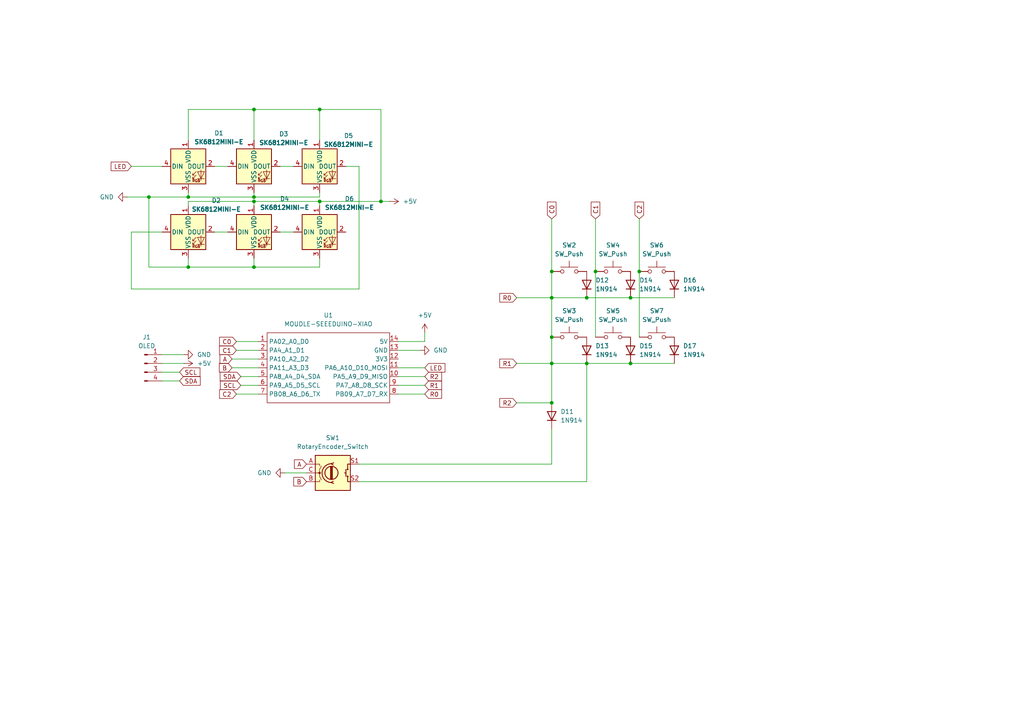
<source format=kicad_sch>
(kicad_sch (version 20250114) (generator "eeschema") (generator_version "9.0")
  (paper "A4")
  (lib_symbols
    (symbol "Connector:Conn_01x04_Pin" (pin_names (offset 1.016) (hide yes))
      (property "Reference" "J1" (at 0.635 7.62 0))
      (property "Value" "OLED" (at 0.635 5.08 0))
      (symbol "Conn_01x04_Pin_1_1"
        (rectangle (start 0.8636 2.667) (end 0 2.413) (stroke (width 0.1524)) (fill (type outline)))
        (rectangle (start 0.8636 0.127) (end 0 -0.127) (stroke (width 0.1524)) (fill (type outline)))
        (rectangle (start 0.8636 -2.413) (end 0 -2.667) (stroke (width 0.1524)) (fill (type outline)))
        (rectangle (start 0.8636 -4.953) (end 0 -5.207) (stroke (width 0.1524)) (fill (type outline)))
        (polyline (pts (xy 1.27 2.54) (xy 0.8636 2.54)) (stroke (width 0.1524)))
        (polyline (pts (xy 1.27 0) (xy 0.8636 0)) (stroke (width 0.1524)))
        (polyline (pts (xy 1.27 -2.54) (xy 0.8636 -2.54)) (stroke (width 0.1524)))
        (polyline (pts (xy 1.27 -5.08) (xy 0.8636 -5.08)) (stroke (width 0.1524)))
        (pin passive line (at 5.08 2.54 180) (length 3.81) (name "GND") (number "1"))
        (pin passive line (at 5.08 0 180) (length 3.81) (name "VCC") (number "2"))
        (pin passive line (at 5.08 -2.54 180) (length 3.81) (name "SCl") (number "3"))
        (pin passive line (at 5.08 -5.08 180) (length 3.81) (name "SDA") (number "4"))
      )
    )
    (symbol "Device:RotaryEncoder_Switch" (pin_names (offset 0.254) (hide yes))
      (property "Reference" "SW" (at 0 6.604 0))
      (property "Value" "RotaryEncoder_Switch" (at 0 -6.604 0))
      (symbol "RotaryEncoder_Switch_0_1"
        (rectangle (start -5.08 5.08) (end 5.08 -5.08) (stroke (width 0.254)) (fill (type background)))
        (polyline (pts (xy -5.08 2.54) (xy -3.81 2.54) (xy -3.81 2.032)))
        (polyline (pts (xy -5.08 0) (xy -3.81 0) (xy -3.81 -1.016) (xy -3.302 -2.032)))
        (polyline (pts (xy -5.08 -2.54) (xy -3.81 -2.54) (xy -3.81 -2.032)))
        (polyline (pts (xy -4.318 0) (xy -3.81 0) (xy -3.81 1.016) (xy -3.302 2.032)))
        (circle (center -3.81 0) (radius 0.254) (fill (type outline)))
        (polyline (pts (xy -0.635 -1.778) (xy -0.635 1.778)) (stroke (width 0.254)))
        (circle (center -0.381 0) (radius 1.905) (stroke (width 0.254)))
        (polyline (pts (xy -0.381 -1.778) (xy -0.381 1.778)) (stroke (width 0.254)))
        (arc (start -0.381 -2.794) (mid -3.0988 -0.0635) (end -0.381 2.667) (stroke (width 0.254)))
        (polyline (pts (xy -0.127 1.778) (xy -0.127 -1.778)) (stroke (width 0.254)))
        (polyline (pts (xy 0.254 2.921) (xy -0.508 2.667) (xy 0.127 2.286)) (stroke (width 0.254)))
        (polyline (pts (xy 0.254 -3.048) (xy -0.508 -2.794) (xy 0.127 -2.413)) (stroke (width 0.254)))
        (polyline (pts (xy 3.81 1.016) (xy 3.81 -1.016)) (stroke (width 0.254)))
        (polyline (pts (xy 3.81 0) (xy 3.429 0)) (stroke (width 0.254)))
        (circle (center 4.318 1.016) (radius 0.127) (stroke (width 0.254)))
        (circle (center 4.318 -1.016) (radius 0.127) (stroke (width 0.254)))
        (polyline (pts (xy 5.08 2.54) (xy 4.318 2.54) (xy 4.318 1.016)) (stroke (width 0.254)))
        (polyline (pts (xy 5.08 -2.54) (xy 4.318 -2.54) (xy 4.318 -1.016)) (stroke (width 0.254)))
      )
      (symbol "RotaryEncoder_Switch_1_1"
        (pin passive line (at -7.62 2.54 0) (length 2.54) (name "A") (number "A"))
        (pin passive line (at -7.62 0 0) (length 2.54) (name "C") (number "C"))
        (pin passive line (at -7.62 -2.54 0) (length 2.54) (name "B") (number "B"))
        (pin passive line (at 7.62 2.54 180) (length 2.54) (name "S1") (number "S1"))
        (pin passive line (at 7.62 -2.54 180) (length 2.54) (name "S2") (number "S2"))
      )
    )
    (symbol "Diode:1N914" (pin_numbers (hide yes)) (pin_names (hide yes))
      (property "Reference" "D" (at 0 2.54 0))
      (property "Value" "1N914" (at 0 -2.54 0))
      (symbol "1N914_0_1"
        (polyline (pts (xy -1.27 1.27) (xy -1.27 -1.27)) (stroke (width 0.254)))
        (polyline (pts (xy 1.27 1.27) (xy 1.27 -1.27) (xy -1.27 0) (xy 1.27 1.27)) (stroke (width 0.254)))
        (polyline (pts (xy 1.27 0) (xy -1.27 0)))
      )
      (symbol "1N914_1_1"
        (pin passive line (at -3.81 0 0) (length 2.54) (name "K") (number "1"))
        (pin passive line (at 3.81 0 180) (length 2.54) (name "A") (number "2"))
      )
    )
    (symbol "SK6812MINI-E_1" (pin_names (offset 0.254))
      (property "Reference" "D1" (at 8.89 9.652 0))
      (property "Value" "SK6812MINI-E" (at 8.89 7.1119 0))
      (symbol "SK6812MINI-E_1_0_0"
        (text "RGB" (at 2.286 -4.191 0) (effects (font (size 0.762 0.762))))
      )
      (symbol "SK6812MINI-E_1_0_1"
        (rectangle (start -5.08 5.08) (end 5.08 -5.08) (stroke (width 0.254)) (fill (type background)))
        (polyline (pts (xy 1.27 -2.54) (xy 1.778 -2.54)))
        (polyline (pts (xy 1.27 -3.556) (xy 1.778 -3.556)))
        (polyline (pts (xy 2.286 -1.524) (xy 1.27 -2.54) (xy 1.27 -2.032)))
        (polyline (pts (xy 2.286 -2.54) (xy 1.27 -3.556) (xy 1.27 -3.048)))
        (polyline (pts (xy 3.683 -1.016) (xy 3.683 -3.556) (xy 3.683 -4.064)))
        (polyline (pts (xy 4.699 -1.524) (xy 2.667 -1.524) (xy 3.683 -3.556) (xy 4.699 -1.524)))
        (polyline (pts (xy 4.699 -3.556) (xy 2.667 -3.556)))
      )
      (symbol "SK6812MINI-E_1_1_1"
        (pin input line (at -7.62 0 0) (length 2.54) (name "DIN") (number "4"))
        (pin power_in line (at 0 7.62 270) (length 2.54) (name "VDD") (number "1"))
        (pin power_in line (at 0 -7.62 90) (length 2.54) (name "VSS") (number "3"))
        (pin output line (at 7.62 0 180) (length 2.54) (name "DOUT") (number "2"))
      )
    )
    (symbol "SK6812MINI-E_2" (pin_names (offset 0.254))
      (property "Reference" "D2" (at 8.636 9.398 0))
      (property "Value" "SK6812MINI-E" (at 8.636 6.8579 0))
      (symbol "SK6812MINI-E_2_0_0"
        (text "RGB" (at 2.286 -4.191 0) (effects (font (size 0.762 0.762))))
      )
      (symbol "SK6812MINI-E_2_0_1"
        (rectangle (start -5.08 5.08) (end 5.08 -5.08) (stroke (width 0.254)) (fill (type background)))
        (polyline (pts (xy 1.27 -2.54) (xy 1.778 -2.54)))
        (polyline (pts (xy 1.27 -3.556) (xy 1.778 -3.556)))
        (polyline (pts (xy 2.286 -1.524) (xy 1.27 -2.54) (xy 1.27 -2.032)))
        (polyline (pts (xy 2.286 -2.54) (xy 1.27 -3.556) (xy 1.27 -3.048)))
        (polyline (pts (xy 3.683 -1.016) (xy 3.683 -3.556) (xy 3.683 -4.064)))
        (polyline (pts (xy 4.699 -1.524) (xy 2.667 -1.524) (xy 3.683 -3.556) (xy 4.699 -1.524)))
        (polyline (pts (xy 4.699 -3.556) (xy 2.667 -3.556)))
      )
      (symbol "SK6812MINI-E_2_1_1"
        (pin input line (at -7.62 0 0) (length 2.54) (name "DIN") (number "4"))
        (pin power_in line (at 0 7.62 270) (length 2.54) (name "VDD") (number "1"))
        (pin power_in line (at 0 -7.62 90) (length 2.54) (name "VSS") (number "3"))
        (pin output line (at 7.62 0 180) (length 2.54) (name "DOUT") (number "2"))
      )
    )
    (symbol "SK6812MINI-E_3" (pin_names (offset 0.254))
      (property "Reference" "D3" (at 8.382 8.89 0))
      (property "Value" "SK6812MINI-E" (at 8.382 6.3499 0))
      (symbol "SK6812MINI-E_3_0_0"
        (text "RGB" (at 2.286 -4.191 0) (effects (font (size 0.762 0.762))))
      )
      (symbol "SK6812MINI-E_3_0_1"
        (rectangle (start -5.08 5.08) (end 5.08 -5.08) (stroke (width 0.254)) (fill (type background)))
        (polyline (pts (xy 1.27 -2.54) (xy 1.778 -2.54)))
        (polyline (pts (xy 1.27 -3.556) (xy 1.778 -3.556)))
        (polyline (pts (xy 2.286 -1.524) (xy 1.27 -2.54) (xy 1.27 -2.032)))
        (polyline (pts (xy 2.286 -2.54) (xy 1.27 -3.556) (xy 1.27 -3.048)))
        (polyline (pts (xy 3.683 -1.016) (xy 3.683 -3.556) (xy 3.683 -4.064)))
        (polyline (pts (xy 4.699 -1.524) (xy 2.667 -1.524) (xy 3.683 -3.556) (xy 4.699 -1.524)))
        (polyline (pts (xy 4.699 -3.556) (xy 2.667 -3.556)))
      )
      (symbol "SK6812MINI-E_3_1_1"
        (pin input line (at -7.62 0 0) (length 2.54) (name "DIN") (number "4"))
        (pin power_in line (at 0 7.62 270) (length 2.54) (name "VDD") (number "1"))
        (pin power_in line (at 0 -7.62 90) (length 2.54) (name "VSS") (number "3"))
        (pin output line (at 7.62 0 180) (length 2.54) (name "DOUT") (number "2"))
      )
    )
    (symbol "SK6812MINI-E_6" (pin_names (offset 0.254))
      (property "Reference" "D6" (at 8.128 9.1441 0))
      (property "Value" "SK6812MINI-E" (at 8.128 6.604 0))
      (symbol "SK6812MINI-E_6_0_0"
        (text "RGB" (at 2.286 -4.191 0) (effects (font (size 0.762 0.762))))
      )
      (symbol "SK6812MINI-E_6_0_1"
        (rectangle (start -5.08 5.08) (end 5.08 -5.08) (stroke (width 0.254)) (fill (type background)))
        (polyline (pts (xy 1.27 -2.54) (xy 1.778 -2.54)))
        (polyline (pts (xy 1.27 -3.556) (xy 1.778 -3.556)))
        (polyline (pts (xy 2.286 -1.524) (xy 1.27 -2.54) (xy 1.27 -2.032)))
        (polyline (pts (xy 2.286 -2.54) (xy 1.27 -3.556) (xy 1.27 -3.048)))
        (polyline (pts (xy 3.683 -1.016) (xy 3.683 -3.556) (xy 3.683 -4.064)))
        (polyline (pts (xy 4.699 -1.524) (xy 2.667 -1.524) (xy 3.683 -3.556) (xy 4.699 -1.524)))
        (polyline (pts (xy 4.699 -3.556) (xy 2.667 -3.556)))
      )
      (symbol "SK6812MINI-E_6_1_1"
        (pin input line (at -7.62 0 0) (length 2.54) (name "DIN") (number "4"))
        (pin power_in line (at 0 7.62 270) (length 2.54) (name "VDD") (number "1"))
        (pin power_in line (at 0 -7.62 90) (length 2.54) (name "VSS") (number "3"))
        (pin output line (at 7.62 0 180) (length 2.54) (name "DOUT") (number "2"))
      )
    )
    (symbol "SK6812MINI-E_7" (pin_names (offset 0.254))
      (property "Reference" "D7" (at 8.89 9.6521 0))
      (property "Value" "SK6812MINI-E" (at 8.89 7.112 0))
      (symbol "SK6812MINI-E_7_0_0"
        (text "RGB" (at 2.286 -4.191 0) (effects (font (size 0.762 0.762))))
      )
      (symbol "SK6812MINI-E_7_0_1"
        (rectangle (start -5.08 5.08) (end 5.08 -5.08) (stroke (width 0.254)) (fill (type background)))
        (polyline (pts (xy 1.27 -2.54) (xy 1.778 -2.54)))
        (polyline (pts (xy 1.27 -3.556) (xy 1.778 -3.556)))
        (polyline (pts (xy 2.286 -1.524) (xy 1.27 -2.54) (xy 1.27 -2.032)))
        (polyline (pts (xy 2.286 -2.54) (xy 1.27 -3.556) (xy 1.27 -3.048)))
        (polyline (pts (xy 3.683 -1.016) (xy 3.683 -3.556) (xy 3.683 -4.064)))
        (polyline (pts (xy 4.699 -1.524) (xy 2.667 -1.524) (xy 3.683 -3.556) (xy 4.699 -1.524)))
        (polyline (pts (xy 4.699 -3.556) (xy 2.667 -3.556)))
      )
      (symbol "SK6812MINI-E_7_1_1"
        (pin input line (at -7.62 0 0) (length 2.54) (name "DIN") (number "4"))
        (pin power_in line (at 0 7.62 270) (length 2.54) (name "VDD") (number "1"))
        (pin power_in line (at 0 -7.62 90) (length 2.54) (name "VSS") (number "3"))
        (pin output line (at 7.62 0 180) (length 2.54) (name "DOUT") (number "2"))
      )
    )
    (symbol "SK6812MINI-E_8" (pin_names (offset 0.254))
      (property "Reference" "D8" (at 8.636 9.652 0))
      (property "Value" "SK6812MINI-E" (at 8.636 7.1119 0))
      (symbol "SK6812MINI-E_8_0_0"
        (text "RGB" (at 2.286 -4.191 0) (effects (font (size 0.762 0.762))))
      )
      (symbol "SK6812MINI-E_8_0_1"
        (rectangle (start -5.08 5.08) (end 5.08 -5.08) (stroke (width 0.254)) (fill (type background)))
        (polyline (pts (xy 1.27 -2.54) (xy 1.778 -2.54)))
        (polyline (pts (xy 1.27 -3.556) (xy 1.778 -3.556)))
        (polyline (pts (xy 2.286 -1.524) (xy 1.27 -2.54) (xy 1.27 -2.032)))
        (polyline (pts (xy 2.286 -2.54) (xy 1.27 -3.556) (xy 1.27 -3.048)))
        (polyline (pts (xy 3.683 -1.016) (xy 3.683 -3.556) (xy 3.683 -4.064)))
        (polyline (pts (xy 4.699 -1.524) (xy 2.667 -1.524) (xy 3.683 -3.556) (xy 4.699 -1.524)))
        (polyline (pts (xy 4.699 -3.556) (xy 2.667 -3.556)))
      )
      (symbol "SK6812MINI-E_8_1_1"
        (pin input line (at -7.62 0 0) (length 2.54) (name "DIN") (number "4"))
        (pin power_in line (at 0 7.62 270) (length 2.54) (name "VDD") (number "1"))
        (pin power_in line (at 0 -7.62 90) (length 2.54) (name "VSS") (number "3"))
        (pin output line (at 7.62 0 180) (length 2.54) (name "DOUT") (number "2"))
      )
    )
    (symbol "Switch:SW_Push" (pin_numbers (hide yes)) (pin_names (offset 1.016) (hide yes))
      (property "Reference" "SW" (at 1.27 2.54 0))
      (property "Value" "SW_Push" (at 0 -1.524 0))
      (symbol "SW_Push_0_1"
        (circle (center -2.032 0) (radius 0.508))
        (polyline (pts (xy 0 1.27) (xy 0 3.048)))
        (circle (center 2.032 0) (radius 0.508))
        (polyline (pts (xy 2.54 1.27) (xy -2.54 1.27)))
        (pin passive line (at -5.08 0 0) (length 2.54) (name "1") (number "1"))
        (pin passive line (at 5.08 0 180) (length 2.54) (name "2") (number "2"))
      )
    )
    (symbol "XIAO_RP2040:MOUDLE-SEEEDUINO-XIAO"
      (property "Reference" "U" (at -16.51 11.43 0))
      (property "Value" "MOUDLE-SEEEDUINO-XIAO" (at -3.81 -11.43 0))
      (symbol "MOUDLE-SEEEDUINO-XIAO_0_1"
        (rectangle (start -16.51 10.16) (end 19.05 -10.16))
      )
      (symbol "MOUDLE-SEEEDUINO-XIAO_1_1"
        (pin passive line (at -19.05 7.62 0) (length 2.54) (name "PA02_A0_D0") (number "1"))
        (pin passive line (at -19.05 5.08 0) (length 2.54) (name "PA4_A1_D1") (number "2"))
        (pin passive line (at -19.05 2.54 0) (length 2.54) (name "PA10_A2_D2") (number "3"))
        (pin passive line (at -19.05 0 0) (length 2.54) (name "PA11_A3_D3") (number "4"))
        (pin passive line (at -19.05 -2.54 0) (length 2.54) (name "PA8_A4_D4_SDA") (number "5"))
        (pin passive line (at -19.05 -5.08 0) (length 2.54) (name "PA9_A5_D5_SCL") (number "6"))
        (pin passive line (at -19.05 -7.62 0) (length 2.54) (name "PB08_A6_D6_TX") (number "7"))
        (pin passive line (at 21.59 7.62 180) (length 2.54) (name "5V") (number "14"))
        (pin passive line (at 21.59 5.08 180) (length 2.54) (name "GND") (number "13"))
        (pin passive line (at 21.59 2.54 180) (length 2.54) (name "3V3") (number "12"))
        (pin passive line (at 21.59 0 180) (length 2.54) (name "PA6_A10_D10_MOSI") (number "11"))
        (pin passive line (at 21.59 -2.54 180) (length 2.54) (name "PA5_A9_D9_MISO") (number "10"))
        (pin passive line (at 21.59 -5.08 180) (length 2.54) (name "PA7_A8_D8_SCK") (number "9"))
        (pin passive line (at 21.59 -7.62 180) (length 2.54) (name "PB09_A7_D7_RX") (number "8"))
      )
    )
    (symbol "power:+5V" (power) (pin_numbers (hide yes)) (pin_names (offset 0) (hide yes))
      (property "Value" "+5V" (at 0 3.556 0))
      (symbol "+5V_0_1"
        (polyline (pts (xy -0.762 1.27) (xy 0 2.54)))
        (polyline (pts (xy 0 2.54) (xy 0.762 1.27)))
        (polyline (pts (xy 0 0) (xy 0 2.54)))
      )
      (symbol "+5V_1_1"
        (pin power_in line (at 0 0 90) (length 0) (name "~") (number "1"))
      )
    )
    (symbol "power:GND" (power) (pin_numbers (hide yes)) (pin_names (offset 0) (hide yes))
      (property "Value" "GND" (at 0 -3.81 0))
      (symbol "GND_0_1"
        (polyline (pts (xy 0 0) (xy 0 -1.27) (xy 1.27 -1.27) (xy 0 -2.54) (xy -1.27 -1.27) (xy 0 -1.27)))
      )
      (symbol "GND_1_1"
        (pin power_in line (at 0 0 270) (length 0) (name "~") (number "1"))
      )
    )
  )
  (junction (at 170.18 105.41))
  (junction (at 160.02 86.36))
  (junction (at 185.42 78.74))
  (junction (at 73.66 31.75))
  (junction (at 110.49 58.42))
  (junction (at 54.61 57.15))
  (junction (at 160.02 116.84))
  (junction (at 73.66 58.42))
  (junction (at 160.02 105.41))
  (junction (at 160.02 78.74))
  (junction (at 73.66 57.15))
  (junction (at 182.88 86.36))
  (junction (at 43.18 57.15))
  (junction (at 160.02 97.79))
  (junction (at 182.88 105.41))
  (junction (at 92.71 31.75))
  (junction (at 73.66 77.47))
  (junction (at 170.18 86.36))
  (junction (at 92.71 58.42))
  (junction (at 54.61 77.47))
  (junction (at 172.72 78.74))
  (wire (pts (xy 104.14 83.82) (xy 38.1 83.82)))
  (wire (pts (xy 182.88 105.41) (xy 195.58 105.41)))
  (wire (pts (xy 62.23 67.31) (xy 66.04 67.31)))
  (wire (pts (xy 160.02 86.36) (xy 160.02 97.79)))
  (wire (pts (xy 54.61 40.64) (xy 54.61 31.75)))
  (wire (pts (xy 92.71 74.93) (xy 92.71 77.47)))
  (wire (pts (xy 68.58 114.3) (xy 74.93 114.3)))
  (wire (pts (xy 46.99 102.87) (xy 53.34 102.87)))
  (wire (pts (xy 54.61 77.47) (xy 43.18 77.47)))
  (wire (pts (xy 123.19 96.52) (xy 123.19 99.06)))
  (wire (pts (xy 73.66 58.42) (xy 73.66 59.69)))
  (wire (pts (xy 54.61 57.15) (xy 73.66 57.15)))
  (wire (pts (xy 69.85 111.76) (xy 74.93 111.76)))
  (wire (pts (xy 110.49 31.75) (xy 110.49 58.42)))
  (wire (pts (xy 54.61 74.93) (xy 54.61 77.47)))
  (wire (pts (xy 149.86 116.84) (xy 160.02 116.84)))
  (wire (pts (xy 104.14 139.7) (xy 170.18 139.7)))
  (wire (pts (xy 160.02 105.41) (xy 160.02 116.84)))
  (wire (pts (xy 67.31 106.68) (xy 74.93 106.68)))
  (wire (pts (xy 73.66 31.75) (xy 92.71 31.75)))
  (wire (pts (xy 160.02 63.5) (xy 160.02 78.74)))
  (wire (pts (xy 92.71 31.75) (xy 92.71 40.64)))
  (wire (pts (xy 73.66 57.15) (xy 92.71 57.15)))
  (wire (pts (xy 104.14 134.62) (xy 160.02 134.62)))
  (wire (pts (xy 160.02 105.41) (xy 170.18 105.41)))
  (wire (pts (xy 170.18 105.41) (xy 170.18 139.7)))
  (wire (pts (xy 115.57 99.06) (xy 123.19 99.06)))
  (wire (pts (xy 104.14 48.26) (xy 104.14 83.82)))
  (wire (pts (xy 73.66 31.75) (xy 73.66 40.64)))
  (wire (pts (xy 38.1 67.31) (xy 38.1 83.82)))
  (wire (pts (xy 115.57 114.3) (xy 123.19 114.3)))
  (wire (pts (xy 149.86 105.41) (xy 160.02 105.41)))
  (wire (pts (xy 115.57 101.6) (xy 121.92 101.6)))
  (wire (pts (xy 115.57 109.22) (xy 123.19 109.22)))
  (wire (pts (xy 69.85 109.22) (xy 74.93 109.22)))
  (wire (pts (xy 92.71 55.88) (xy 92.71 57.15)))
  (wire (pts (xy 92.71 31.75) (xy 110.49 31.75)))
  (wire (pts (xy 54.61 58.42) (xy 73.66 58.42)))
  (wire (pts (xy 115.57 106.68) (xy 123.19 106.68)))
  (wire (pts (xy 43.18 57.15) (xy 54.61 57.15)))
  (wire (pts (xy 115.57 111.76) (xy 123.19 111.76)))
  (wire (pts (xy 81.28 67.31) (xy 85.09 67.31)))
  (wire (pts (xy 54.61 55.88) (xy 54.61 57.15)))
  (wire (pts (xy 182.88 86.36) (xy 195.58 86.36)))
  (wire (pts (xy 172.72 78.74) (xy 172.72 97.79)))
  (wire (pts (xy 73.66 58.42) (xy 92.71 58.42)))
  (wire (pts (xy 81.28 48.26) (xy 85.09 48.26)))
  (wire (pts (xy 62.23 48.26) (xy 66.04 48.26)))
  (wire (pts (xy 68.58 99.06) (xy 74.93 99.06)))
  (wire (pts (xy 46.99 110.49) (xy 52.07 110.49)))
  (wire (pts (xy 100.33 48.26) (xy 104.14 48.26)))
  (wire (pts (xy 160.02 97.79) (xy 160.02 105.41)))
  (wire (pts (xy 73.66 55.88) (xy 73.66 57.15)))
  (wire (pts (xy 160.02 86.36) (xy 170.18 86.36)))
  (wire (pts (xy 68.58 101.6) (xy 74.93 101.6)))
  (wire (pts (xy 92.71 58.42) (xy 92.71 59.69)))
  (wire (pts (xy 185.42 78.74) (xy 185.42 97.79)))
  (wire (pts (xy 46.99 107.95) (xy 52.07 107.95)))
  (wire (pts (xy 160.02 78.74) (xy 160.02 86.36)))
  (wire (pts (xy 38.1 48.26) (xy 46.99 48.26)))
  (wire (pts (xy 36.83 57.15) (xy 43.18 57.15)))
  (wire (pts (xy 46.99 67.31) (xy 38.1 67.31)))
  (wire (pts (xy 110.49 58.42) (xy 113.03 58.42)))
  (wire (pts (xy 54.61 59.69) (xy 54.61 58.42)))
  (wire (pts (xy 67.31 104.14) (xy 74.93 104.14)))
  (wire (pts (xy 46.99 105.41) (xy 53.34 105.41)))
  (wire (pts (xy 149.86 86.36) (xy 160.02 86.36)))
  (wire (pts (xy 170.18 86.36) (xy 182.88 86.36)))
  (wire (pts (xy 185.42 63.5) (xy 185.42 78.74)))
  (wire (pts (xy 73.66 74.93) (xy 73.66 77.47)))
  (wire (pts (xy 43.18 77.47) (xy 43.18 57.15)))
  (wire (pts (xy 92.71 58.42) (xy 110.49 58.42)))
  (wire (pts (xy 82.55 137.16) (xy 88.9 137.16)))
  (wire (pts (xy 73.66 77.47) (xy 54.61 77.47)))
  (wire (pts (xy 172.72 63.5) (xy 172.72 78.74)))
  (wire (pts (xy 92.71 77.47) (xy 73.66 77.47)))
  (wire (pts (xy 54.61 31.75) (xy 73.66 31.75)))
  (wire (pts (xy 170.18 105.41) (xy 182.88 105.41)))
  (wire (pts (xy 160.02 124.46) (xy 160.02 134.62)))
  (global_label "R0" (shape input) (at 123.19 114.3 0) (property "Intersheetrefs" "${INTERSHEET_REFS}" (effects (hide yes))))
  (global_label "LED" (shape input) (at 38.1 48.26 180) (property "Intersheetrefs" "${INTERSHEET_REFS}" (effects (hide yes))))
  (global_label "R1" (shape input) (at 149.86 105.41 180) (property "Intersheetrefs" "${INTERSHEET_REFS}" (effects (hide yes))))
  (global_label "A" (shape input) (at 67.31 104.14 180) (property "Intersheetrefs" "${INTERSHEET_REFS}" (effects (hide yes))))
  (global_label "SDA" (shape input) (at 52.07 110.49 0) (property "Intersheetrefs" "${INTERSHEET_REFS}" (effects (hide yes))))
  (global_label "SDA" (shape input) (at 69.85 109.22 180) (property "Intersheetrefs" "${INTERSHEET_REFS}" (effects (hide yes))))
  (global_label "C2" (shape input) (at 68.58 114.3 180) (property "Intersheetrefs" "${INTERSHEET_REFS}" (effects (hide yes))))
  (global_label "C0" (shape input) (at 160.02 63.5 90) (property "Intersheetrefs" "${INTERSHEET_REFS}" (effects (hide yes))))
  (global_label "C0" (shape input) (at 68.58 99.06 180) (property "Intersheetrefs" "${INTERSHEET_REFS}" (effects (hide yes))))
  (global_label "SCL" (shape input) (at 69.85 111.76 180) (property "Intersheetrefs" "${INTERSHEET_REFS}" (effects (hide yes))))
  (global_label "C2" (shape input) (at 185.42 63.5 90) (property "Intersheetrefs" "${INTERSHEET_REFS}" (effects (hide yes))))
  (global_label "B" (shape input) (at 88.9 139.7 180) (property "Intersheetrefs" "${INTERSHEET_REFS}" (effects (hide yes))))
  (global_label "R1" (shape input) (at 123.19 111.76 0) (property "Intersheetrefs" "${INTERSHEET_REFS}" (effects (hide yes))))
  (global_label "R2" (shape input) (at 149.86 116.84 180) (property "Intersheetrefs" "${INTERSHEET_REFS}" (effects (hide yes))))
  (global_label "LED" (shape input) (at 123.19 106.68 0) (property "Intersheetrefs" "${INTERSHEET_REFS}" (effects (hide yes))))
  (global_label "R0" (shape input) (at 149.86 86.36 180) (property "Intersheetrefs" "${INTERSHEET_REFS}" (effects (hide yes))))
  (global_label "C1" (shape input) (at 68.58 101.6 180) (property "Intersheetrefs" "${INTERSHEET_REFS}" (effects (hide yes))))
  (global_label "SCL" (shape input) (at 52.07 107.95 0) (property "Intersheetrefs" "${INTERSHEET_REFS}" (effects (hide yes))))
  (global_label "B" (shape input) (at 67.31 106.68 180) (property "Intersheetrefs" "${INTERSHEET_REFS}" (effects (hide yes))))
  (global_label "A" (shape input) (at 88.9 134.62 180) (property "Intersheetrefs" "${INTERSHEET_REFS}" (effects (hide yes))))
  (global_label "C1" (shape input) (at 172.72 63.5 90) (property "Intersheetrefs" "${INTERSHEET_REFS}" (effects (hide yes))))
  (global_label "R2" (shape input) (at 123.19 109.22 0) (property "Intersheetrefs" "${INTERSHEET_REFS}" (effects (hide yes))))
  (symbol (lib_name "SK6812MINI-E_8") (lib_id "SK6812MINI-E:SK6812MINI-E") (at 92.71 67.31 0) (unit 1)
    (property "Reference" "D6" (at 101.346 57.658 0))
    (property "Value" "SK6812MINI-E" (at 101.346 60.1981 0) (effects (font (thickness 0.254) (bold yes))))
    (property "Footprint" "footprints:SK6812MINI-E_fixed" (effects (hide yes)))
    (property "Datasheet" "https://cdn-shop.adafruit.com/product-files/4960/4960_SK6812MINI-E_REV02_EN.pdf" (effects (hide yes)))
    (property "Description" "RGB LED with integrated controller" (effects (hide yes)))
  )
  (symbol (lib_id "Switch:SW_Push") (at 177.8 97.79 0) (unit 1)
    (property "Reference" "SW5" (at 177.8 90.17 0))
    (property "Value" "SW_Push" (at 177.8 92.71 0))
    (property "Footprint" "Button_Switch_Keyboard:SW_Cherry_MX_1.00u_PCB" (effects (hide yes)))
    (property "Description" "Push button switch, generic, two pins" (effects (hide yes)))
  )
  (symbol (lib_id "power:GND") (at 36.83 57.15 270) (unit 1)
    (property "Reference" "#PWR07" (effects (hide yes)))
    (property "Value" "GND" (at 33.02 57.1499 90) (effects (justify right)))
    (property "Description" "Power symbol creates a global label with name \"GND\" , ground" (effects (hide yes)))
  )
  (symbol (lib_id "Diode:1N914") (at 160.02 120.65 90) (unit 1)
    (property "Reference" "D11" (at 162.56 119.3799 90) (effects (justify right)))
    (property "Value" "1N914" (at 162.56 121.9199 90) (effects (justify right)))
    (property "Footprint" "Diode_THT:D_DO-35_SOD27_P7.62mm_Horizontal" (effects (hide yes)))
    (property "Datasheet" "http://www.vishay.com/docs/85622/1n914.pdf" (effects (hide yes)))
    (property "Description" "100V 0.3A Small Signal Fast Switching Diode, DO-35" (effects (hide yes)))
    (property "Sim.Device" "D" (effects (hide yes)))
    (property "Sim.Pins" "1=K 2=A" (effects (hide yes)))
  )
  (symbol (lib_id "Device:RotaryEncoder_Switch") (at 96.52 137.16 0) (unit 1)
    (property "Reference" "SW1" (at 96.52 127 0))
    (property "Value" "RotaryEncoder_Switch" (at 96.52 129.54 0))
    (property "Footprint" "Rotary_Encoder:RotaryEncoder_Alps_EC11E-Switch_Vertical_H20mm" (effects (hide yes)))
    (property "Description" "Rotary encoder, dual channel, incremental quadrate outputs, with switch" (effects (hide yes)))
  )
  (symbol (lib_id "power:GND") (at 82.55 137.16 270) (unit 1)
    (property "Reference" "#PWR03" (effects (hide yes)))
    (property "Value" "GND" (at 78.74 137.1599 90) (effects (justify right)))
    (property "Description" "Power symbol creates a global label with name \"GND\" , ground" (effects (hide yes)))
  )
  (symbol (lib_id "power:GND") (at 53.34 102.87 90) (unit 1)
    (property "Reference" "#PWR01" (effects (hide yes)))
    (property "Value" "GND" (at 57.15 102.8699 90) (effects (justify right)))
    (property "Description" "Power symbol creates a global label with name \"GND\" , ground" (effects (hide yes)))
  )
  (symbol (lib_name "SK6812MINI-E_6") (lib_id "SK6812MINI-E:SK6812MINI-E") (at 54.61 67.31 0) (unit 1)
    (property "Reference" "D2" (at 62.738 58.1659 0))
    (property "Value" "SK6812MINI-E" (at 62.738 60.706 0) (effects (font (thickness 0.254) (bold yes))))
    (property "Footprint" "footprints:SK6812MINI-E_fixed" (effects (hide yes)))
    (property "Datasheet" "https://cdn-shop.adafruit.com/product-files/4960/4960_SK6812MINI-E_REV02_EN.pdf" (effects (hide yes)))
    (property "Description" "RGB LED with integrated controller" (effects (hide yes)))
  )
  (symbol (lib_id "Switch:SW_Push") (at 177.8 78.74 0) (unit 1)
    (property "Reference" "SW4" (at 177.8 71.12 0))
    (property "Value" "SW_Push" (at 177.8 73.66 0))
    (property "Footprint" "Button_Switch_Keyboard:SW_Cherry_MX_1.00u_PCB" (effects (hide yes)))
    (property "Description" "Push button switch, generic, two pins" (effects (hide yes)))
  )
  (symbol (lib_name "SK6812MINI-E_7") (lib_id "SK6812MINI-E:SK6812MINI-E") (at 73.66 67.31 0) (unit 1)
    (property "Reference" "D4" (at 82.55 57.6579 0))
    (property "Value" "SK6812MINI-E" (at 82.55 60.198 0) (effects (font (thickness 0.254) (bold yes))))
    (property "Footprint" "footprints:SK6812MINI-E_fixed" (effects (hide yes)))
    (property "Datasheet" "https://cdn-shop.adafruit.com/product-files/4960/4960_SK6812MINI-E_REV02_EN.pdf" (effects (hide yes)))
    (property "Description" "RGB LED with integrated controller" (effects (hide yes)))
  )
  (symbol (lib_id "Connector:Conn_01x04_Pin") (at 41.91 105.41 0) (unit 1)
    (property "Reference" "J1" (at 42.545 97.79 0))
    (property "Value" "OLED" (at 42.545 100.33 0))
    (property "Footprint" "KiCad-SSD1306-0.91-OLED-4pin-128x32.pretty-master:SSD1306-0.91-OLED-4pin-128x32" (effects (hide yes)))
    (property "Description" "Generic connector, single row, 01x04, script generated" (effects (hide yes)))
  )
  (symbol (lib_id "Diode:1N914") (at 182.88 101.6 90) (unit 1)
    (property "Reference" "D15" (at 185.42 100.3299 90) (effects (justify right)))
    (property "Value" "1N914" (at 185.42 102.8699 90) (effects (justify right)))
    (property "Footprint" "Diode_THT:D_DO-35_SOD27_P7.62mm_Horizontal" (effects (hide yes)))
    (property "Datasheet" "http://www.vishay.com/docs/85622/1n914.pdf" (effects (hide yes)))
    (property "Description" "100V 0.3A Small Signal Fast Switching Diode, DO-35" (effects (hide yes)))
    (property "Sim.Device" "D" (effects (hide yes)))
    (property "Sim.Pins" "1=K 2=A" (effects (hide yes)))
  )
  (symbol (lib_name "SK6812MINI-E_2") (lib_id "SK6812MINI-E:SK6812MINI-E") (at 73.66 48.26 0) (unit 1)
    (property "Reference" "D3" (at 82.296 38.862 0))
    (property "Value" "SK6812MINI-E" (at 82.296 41.4021 0) (effects (font (thickness 0.254) (bold yes))))
    (property "Footprint" "footprints:SK6812MINI-E_fixed" (effects (hide yes)))
    (property "Datasheet" "https://cdn-shop.adafruit.com/product-files/4960/4960_SK6812MINI-E_REV02_EN.pdf" (effects (hide yes)))
    (property "Description" "RGB LED with integrated controller" (effects (hide yes)))
  )
  (symbol (lib_id "power:+5V") (at 53.34 105.41 270) (unit 1)
    (property "Reference" "#PWR02" (effects (hide yes)))
    (property "Value" "+5V" (at 57.15 105.4099 90) (effects (justify left)))
    (property "Description" "Power symbol creates a global label with name \"+5V\"" (effects (hide yes)))
  )
  (symbol (lib_id "XIAO_RP2040:MOUDLE-SEEEDUINO-XIAO") (at 93.98 106.68 0) (unit 1)
    (property "Reference" "U1" (at 95.25 91.44 0))
    (property "Value" "MOUDLE-SEEEDUINO-XIAO" (at 95.25 93.98 0))
    (property "Footprint" "footprints:XIAO-Generic-Hybrid-14P-2.54-21X17.8MM" (effects (hide yes)))
  )
  (symbol (lib_id "Diode:1N914") (at 170.18 82.55 90) (unit 1)
    (property "Reference" "D12" (at 172.72 81.2799 90) (effects (justify right)))
    (property "Value" "1N914" (at 172.72 83.8199 90) (effects (justify right)))
    (property "Footprint" "Diode_THT:D_DO-35_SOD27_P7.62mm_Horizontal" (effects (hide yes)))
    (property "Datasheet" "http://www.vishay.com/docs/85622/1n914.pdf" (effects (hide yes)))
    (property "Description" "100V 0.3A Small Signal Fast Switching Diode, DO-35" (effects (hide yes)))
    (property "Sim.Device" "D" (effects (hide yes)))
    (property "Sim.Pins" "1=K 2=A" (effects (hide yes)))
  )
  (symbol (lib_id "Switch:SW_Push") (at 190.5 97.79 0) (unit 1)
    (property "Reference" "SW7" (at 190.5 90.17 0))
    (property "Value" "SW_Push" (at 190.5 92.71 0))
    (property "Footprint" "Button_Switch_Keyboard:SW_Cherry_MX_1.00u_PCB" (effects (hide yes)))
    (property "Description" "Push button switch, generic, two pins" (effects (hide yes)))
  )
  (symbol (lib_id "Diode:1N914") (at 195.58 101.6 90) (unit 1)
    (property "Reference" "D17" (at 198.12 100.3299 90) (effects (justify right)))
    (property "Value" "1N914" (at 198.12 102.8699 90) (effects (justify right)))
    (property "Footprint" "Diode_THT:D_DO-35_SOD27_P7.62mm_Horizontal" (effects (hide yes)))
    (property "Datasheet" "http://www.vishay.com/docs/85622/1n914.pdf" (effects (hide yes)))
    (property "Description" "100V 0.3A Small Signal Fast Switching Diode, DO-35" (effects (hide yes)))
    (property "Sim.Device" "D" (effects (hide yes)))
    (property "Sim.Pins" "1=K 2=A" (effects (hide yes)))
  )
  (symbol (lib_id "power:GND") (at 121.92 101.6 90) (unit 1)
    (property "Reference" "#PWR04" (effects (hide yes)))
    (property "Value" "GND" (at 125.73 101.5999 90) (effects (justify right)))
    (property "Description" "Power symbol creates a global label with name \"GND\" , ground" (effects (hide yes)))
  )
  (symbol (lib_name "SK6812MINI-E_3") (lib_id "SK6812MINI-E:SK6812MINI-E") (at 92.71 48.26 0) (unit 1)
    (property "Reference" "D5" (at 101.092 39.37 0))
    (property "Value" "SK6812MINI-E" (at 101.092 41.9101 0) (effects (font (thickness 0.254) (bold yes))))
    (property "Footprint" "footprints:SK6812MINI-E_fixed" (effects (hide yes)))
    (property "Datasheet" "https://cdn-shop.adafruit.com/product-files/4960/4960_SK6812MINI-E_REV02_EN.pdf" (effects (hide yes)))
    (property "Description" "RGB LED with integrated controller" (effects (hide yes)))
  )
  (symbol (lib_id "power:+5V") (at 113.03 58.42 270) (unit 1)
    (property "Reference" "#PWR06" (effects (hide yes)))
    (property "Value" "+5V" (at 116.84 58.4199 90) (effects (justify left)))
    (property "Description" "Power symbol creates a global label with name \"+5V\"" (effects (hide yes)))
  )
  (symbol (lib_id "Diode:1N914") (at 195.58 82.55 90) (unit 1)
    (property "Reference" "D16" (at 198.12 81.2799 90) (effects (justify right)))
    (property "Value" "1N914" (at 198.12 83.8199 90) (effects (justify right)))
    (property "Footprint" "Diode_THT:D_DO-35_SOD27_P7.62mm_Horizontal" (effects (hide yes)))
    (property "Datasheet" "http://www.vishay.com/docs/85622/1n914.pdf" (effects (hide yes)))
    (property "Description" "100V 0.3A Small Signal Fast Switching Diode, DO-35" (effects (hide yes)))
    (property "Sim.Device" "D" (effects (hide yes)))
    (property "Sim.Pins" "1=K 2=A" (effects (hide yes)))
  )
  (symbol (lib_id "Switch:SW_Push") (at 165.1 78.74 0) (unit 1)
    (property "Reference" "SW2" (at 165.1 71.12 0))
    (property "Value" "SW_Push" (at 165.1 73.66 0))
    (property "Footprint" "Button_Switch_Keyboard:SW_Cherry_MX_1.00u_PCB" (effects (hide yes)))
    (property "Description" "Push button switch, generic, two pins" (effects (hide yes)))
  )
  (symbol (lib_name "SK6812MINI-E_1") (lib_id "SK6812MINI-E:SK6812MINI-E") (at 54.61 48.26 0) (unit 1)
    (property "Reference" "D1" (at 63.5 38.608 0))
    (property "Value" "SK6812MINI-E" (at 63.5 41.1481 0) (effects (font (thickness 0.254) (bold yes))))
    (property "Footprint" "footprints:SK6812MINI-E_fixed" (effects (hide yes)))
    (property "Datasheet" "https://cdn-shop.adafruit.com/product-files/4960/4960_SK6812MINI-E_REV02_EN.pdf" (effects (hide yes)))
    (property "Description" "RGB LED with integrated controller" (effects (hide yes)))
  )
  (symbol (lib_id "Diode:1N914") (at 170.18 101.6 90) (unit 1)
    (property "Reference" "D13" (at 172.72 100.3299 90) (effects (justify right)))
    (property "Value" "1N914" (at 172.72 102.8699 90) (effects (justify right)))
    (property "Footprint" "Diode_THT:D_DO-35_SOD27_P7.62mm_Horizontal" (effects (hide yes)))
    (property "Datasheet" "http://www.vishay.com/docs/85622/1n914.pdf" (effects (hide yes)))
    (property "Description" "100V 0.3A Small Signal Fast Switching Diode, DO-35" (effects (hide yes)))
    (property "Sim.Device" "D" (effects (hide yes)))
    (property "Sim.Pins" "1=K 2=A" (effects (hide yes)))
  )
  (symbol (lib_id "Diode:1N914") (at 182.88 82.55 90) (unit 1)
    (property "Reference" "D14" (at 185.42 81.2799 90) (effects (justify right)))
    (property "Value" "1N914" (at 185.42 83.8199 90) (effects (justify right)))
    (property "Footprint" "Diode_THT:D_DO-35_SOD27_P7.62mm_Horizontal" (effects (hide yes)))
    (property "Datasheet" "http://www.vishay.com/docs/85622/1n914.pdf" (effects (hide yes)))
    (property "Description" "100V 0.3A Small Signal Fast Switching Diode, DO-35" (effects (hide yes)))
    (property "Sim.Device" "D" (effects (hide yes)))
    (property "Sim.Pins" "1=K 2=A" (effects (hide yes)))
  )
  (symbol (lib_id "Switch:SW_Push") (at 165.1 97.79 0) (unit 1)
    (property "Reference" "SW3" (at 165.1 90.17 0))
    (property "Value" "SW_Push" (at 165.1 92.71 0))
    (property "Footprint" "Button_Switch_Keyboard:SW_Cherry_MX_1.00u_PCB" (effects (hide yes)))
    (property "Description" "Push button switch, generic, two pins" (effects (hide yes)))
  )
  (symbol (lib_id "power:+5V") (at 123.19 96.52 0) (unit 1)
    (property "Reference" "#PWR05" (effects (hide yes)))
    (property "Value" "+5V" (at 123.19 91.44 0))
    (property "Description" "Power symbol creates a global label with name \"+5V\"" (effects (hide yes)))
  )
  (symbol (lib_id "Switch:SW_Push") (at 190.5 78.74 0) (unit 1)
    (property "Reference" "SW6" (at 190.5 71.12 0))
    (property "Value" "SW_Push" (at 190.5 73.66 0))
    (property "Footprint" "Button_Switch_Keyboard:SW_Cherry_MX_1.00u_PCB" (effects (hide yes)))
    (property "Description" "Push button switch, generic, two pins" (effects (hide yes)))
  )
)
</source>
